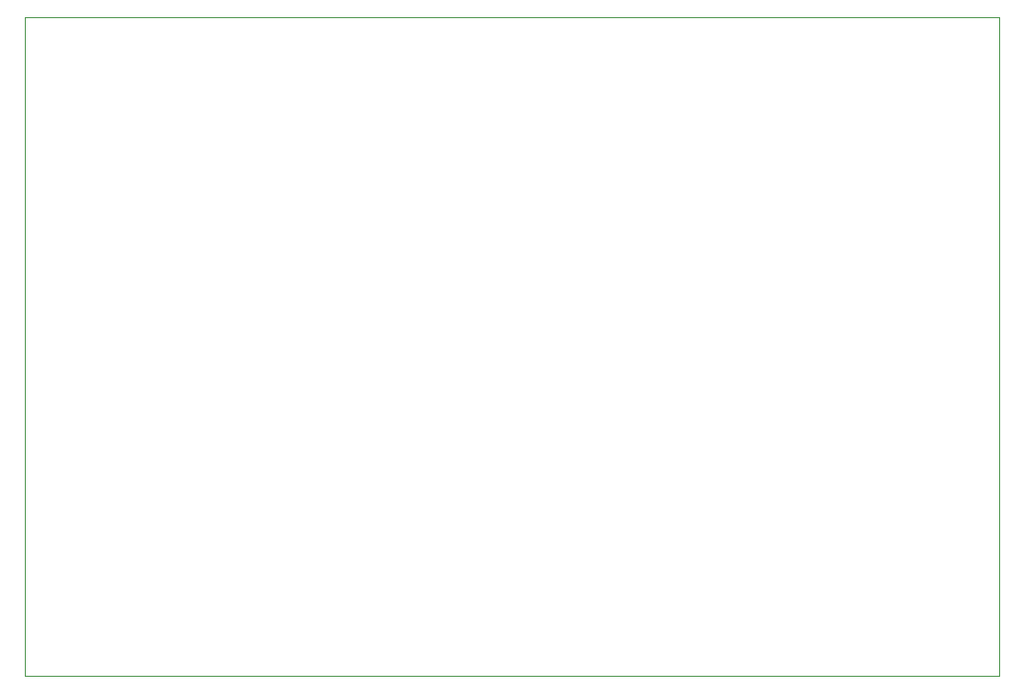
<source format=gm1>
G04 #@! TF.GenerationSoftware,KiCad,Pcbnew,(6.0.2)*
G04 #@! TF.CreationDate,2022-03-12T22:50:08+09:00*
G04 #@! TF.ProjectId,ACBoard,4143426f-6172-4642-9e6b-696361645f70,rev?*
G04 #@! TF.SameCoordinates,Original*
G04 #@! TF.FileFunction,Profile,NP*
%FSLAX46Y46*%
G04 Gerber Fmt 4.6, Leading zero omitted, Abs format (unit mm)*
G04 Created by KiCad (PCBNEW (6.0.2)) date 2022-03-12 22:50:08*
%MOMM*%
%LPD*%
G01*
G04 APERTURE LIST*
G04 #@! TA.AperFunction,Profile*
%ADD10C,0.100000*%
G04 #@! TD*
G04 APERTURE END LIST*
D10*
X241300000Y-73660000D02*
X154940000Y-73660000D01*
X154940000Y-73660000D02*
X154940000Y-15240000D01*
X154940000Y-15240000D02*
X241300000Y-15240000D01*
X241300000Y-15240000D02*
X241300000Y-73660000D01*
M02*

</source>
